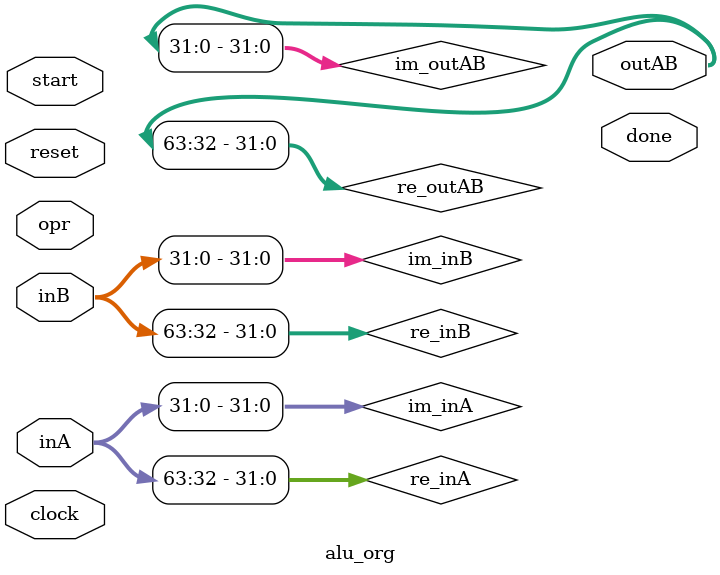
<source format=v>
module alu_org(

    input clock,                // Master clock, active in the posedge
    input reset,                // Master reset, synchronous and active high
    input start,
    //--- Data input port ----------------------------------------------------                            
    input [63:0] inA,           // Data input
    input [63:0] inB,           // Data input
    input [4:0] opr,
    //--- Data output ports --------------------------------------------------
    output reg [63:0] outAB,     // Data output A, registered
    output reg done
); 

    reg signed [31:0] re_inA = inA[64:32];
    reg signed [31:0] re_inB = inB[64:32];
    reg signed [31:0] re_outAB = outAB[64:32];

    reg signed [31:0] im_inA = inA[31:0];
    reg signed [31:0] im_inB = inB[31:0];
    reg signed [31:0] im_outAB = outAB[31:0];



endmodule
</source>
